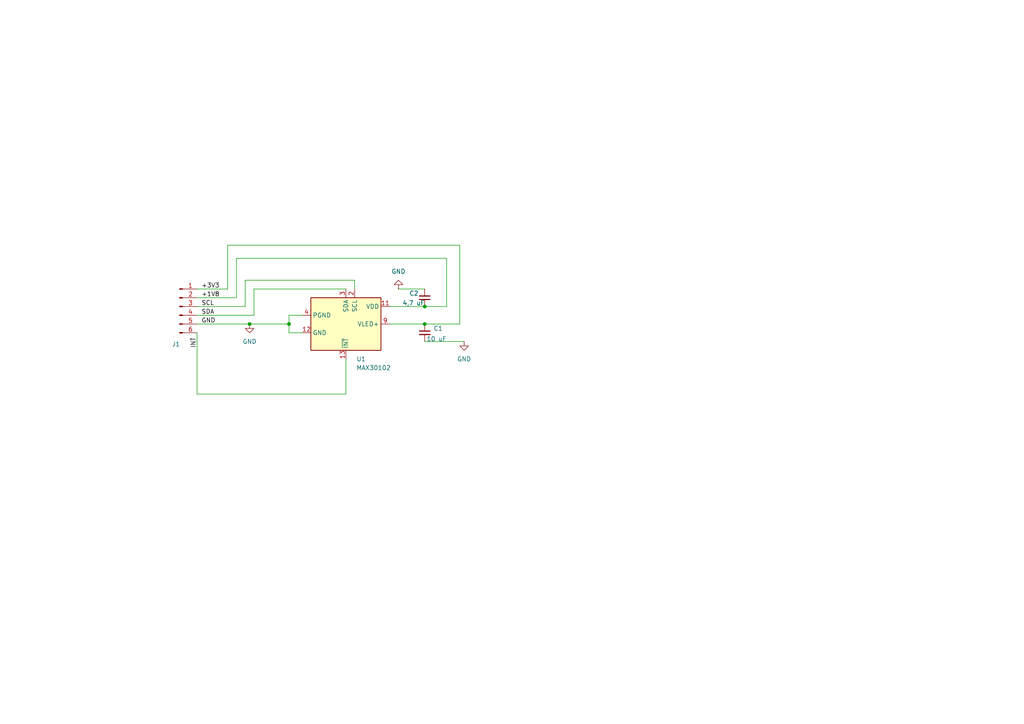
<source format=kicad_sch>
(kicad_sch (version 20231120) (generator "eeschema") (generator_version "8.0")
  (paper "A4")
  (lib_symbols
    (symbol "Connector:Conn_01x06_Pin" (pin_names (offset 1.016) hide)
      (property "Reference" "J" (at 0 7.62 0))
      (property "Value" "Conn_01x06_Pin" (at 0 -10.16 0))
      (symbol "Conn_01x06_Pin_1_1"
        (polyline (pts (xy 1.27 -7.62) (xy 0.8636 -7.62)) (stroke (width 0.1524)))
        (polyline (pts (xy 1.27 -5.08) (xy 0.8636 -5.08)) (stroke (width 0.1524)))
        (polyline (pts (xy 1.27 -2.54) (xy 0.8636 -2.54)) (stroke (width 0.1524)))
        (polyline (pts (xy 1.27 0) (xy 0.8636 0)) (stroke (width 0.1524)))
        (polyline (pts (xy 1.27 2.54) (xy 0.8636 2.54)) (stroke (width 0.1524)))
        (polyline (pts (xy 1.27 5.08) (xy 0.8636 5.08)) (stroke (width 0.1524)))
        (rectangle (start 0.8636 -7.493) (end 0 -7.747) (stroke (width 0.1524)) (fill (type outline)))
        (rectangle (start 0.8636 -4.953) (end 0 -5.207) (stroke (width 0.1524)) (fill (type outline)))
        (rectangle (start 0.8636 -2.413) (end 0 -2.667) (stroke (width 0.1524)) (fill (type outline)))
        (rectangle (start 0.8636 0.127) (end 0 -0.127) (stroke (width 0.1524)) (fill (type outline)))
        (rectangle (start 0.8636 2.667) (end 0 2.413) (stroke (width 0.1524)) (fill (type outline)))
        (rectangle (start 0.8636 5.207) (end 0 4.953) (stroke (width 0.1524)) (fill (type outline)))
        (pin passive line (at 5.08 5.08 180) (length 3.81) (name "Pin_1") (number "1"))
        (pin passive line (at 5.08 2.54 180) (length 3.81) (name "Pin_2") (number "2"))
        (pin passive line (at 5.08 0 180) (length 3.81) (name "Pin_3") (number "3"))
        (pin passive line (at 5.08 -2.54 180) (length 3.81) (name "Pin_4") (number "4"))
        (pin passive line (at 5.08 -5.08 180) (length 3.81) (name "Pin_5") (number "5"))
        (pin passive line (at 5.08 -7.62 180) (length 3.81) (name "Pin_6") (number "6"))
      )
    )
    (symbol "Device:C_Small" (pin_numbers hide) (pin_names (offset 0.254) hide)
      (property "Reference" "C" (at 0.254 1.778 0))
      (property "Value" "C_Small" (at 0.254 -2.032 0))
      (symbol "C_Small_0_1"
        (polyline (pts (xy -1.524 -0.508) (xy 1.524 -0.508)) (stroke (width 0.3302)))
        (polyline (pts (xy -1.524 0.508) (xy 1.524 0.508)) (stroke (width 0.3048)))
      )
      (symbol "C_Small_1_1"
        (pin passive line (at 0 2.54 270) (length 2.032) (name "~") (number "1"))
        (pin passive line (at 0 -2.54 90) (length 2.032) (name "~") (number "2"))
      )
    )
    (symbol "Sensor:MAX30102"
      (property "Reference" "U" (at 7.62 15.24 0))
      (property "Value" "MAX30102" (at 7.62 12.7 0))
      (symbol "MAX30102_0_1"
        (rectangle (start -7.62 10.16) (end 7.62 -10.16) (stroke (width 0.254)) (fill (type background)))
      )
      (symbol "MAX30102_1_1"
        (pin no_connect line (at -7.62 5.08 0) (length 2.54) hide (name "NC") (number "1"))
        (pin passive line (at 0 12.7 270) (length 2.54) hide (name "VLED+") (number "10"))
        (pin power_in line (at -5.08 12.7 270) (length 2.54) (name "VDD") (number "11"))
        (pin power_in line (at 2.54 -12.7 90) (length 2.54) (name "GND") (number "12"))
        (pin output line (at 10.16 0 180) (length 2.54) (name "~{INT}") (number "13"))
        (pin no_connect line (at 7.62 2.54 180) (length 2.54) hide (name "NC") (number "14"))
        (pin input line (at -10.16 2.54 0) (length 2.54) (name "SCL") (number "2"))
        (pin bidirectional line (at -10.16 0 0) (length 2.54) (name "SDA") (number "3"))
        (pin power_in line (at -2.54 -12.7 90) (length 2.54) (name "PGND") (number "4"))
        (pin no_connect line (at 7.62 -7.62 180) (length 2.54) hide (name "NC") (number "5"))
        (pin no_connect line (at 7.62 -5.08 180) (length 2.54) hide (name "NC") (number "6"))
        (pin no_connect line (at -7.62 -2.54 0) (length 2.54) hide (name "NC") (number "7"))
        (pin no_connect line (at 7.62 5.08 180) (length 2.54) hide (name "NC") (number "8"))
        (pin power_in line (at 0 12.7 270) (length 2.54) (name "VLED+") (number "9"))
      )
    )
    (symbol "power:GND" (power) (pin_numbers hide) (pin_names (offset 0) hide)
      (property "Value" "GND" (at 0 -3.81 0))
      (symbol "GND_0_1"
        (polyline (pts (xy 0 0) (xy 0 -1.27) (xy 1.27 -1.27) (xy 0 -2.54) (xy -1.27 -1.27) (xy 0 -1.27)))
      )
      (symbol "GND_1_1"
        (pin power_in line (at 0 0 270) (length 0) (name "~") (number "1"))
      )
    )
  )
  (junction (at 72.39 93.98))
  (junction (at 123.19 88.9))
  (junction (at 123.19 93.98))
  (junction (at 83.82 93.98))
  (wire (pts (xy 73.66 83.82) (xy 100.33 83.82)))
  (wire (pts (xy 57.15 86.36) (xy 68.58 86.36)))
  (wire (pts (xy 123.19 93.98) (xy 133.35 93.98)))
  (wire (pts (xy 57.15 91.44) (xy 73.66 91.44)))
  (wire (pts (xy 133.35 71.12) (xy 133.35 93.98)))
  (wire (pts (xy 57.15 88.9) (xy 71.12 88.9)))
  (wire (pts (xy 71.12 81.28) (xy 102.87 81.28)))
  (wire (pts (xy 123.19 99.06) (xy 134.62 99.06)))
  (wire (pts (xy 66.04 83.82) (xy 66.04 71.12)))
  (wire (pts (xy 57.15 96.52) (xy 57.15 114.3)))
  (wire (pts (xy 57.15 93.98) (xy 72.39 93.98)))
  (wire (pts (xy 115.57 83.82) (xy 123.19 83.82)))
  (wire (pts (xy 100.33 104.14) (xy 100.33 114.3)))
  (wire (pts (xy 83.82 91.44) (xy 87.63 91.44)))
  (wire (pts (xy 72.39 93.98) (xy 83.82 93.98)))
  (wire (pts (xy 123.19 88.9) (xy 129.54 88.9)))
  (wire (pts (xy 73.66 91.44) (xy 73.66 83.82)))
  (wire (pts (xy 87.63 96.52) (xy 83.82 96.52)))
  (wire (pts (xy 102.87 81.28) (xy 102.87 83.82)))
  (wire (pts (xy 83.82 93.98) (xy 83.82 91.44)))
  (wire (pts (xy 71.12 88.9) (xy 71.12 81.28)))
  (wire (pts (xy 129.54 74.93) (xy 129.54 88.9)))
  (wire (pts (xy 68.58 74.93) (xy 129.54 74.93)))
  (wire (pts (xy 83.82 96.52) (xy 83.82 93.98)))
  (wire (pts (xy 113.03 88.9) (xy 123.19 88.9)))
  (wire (pts (xy 57.15 83.82) (xy 66.04 83.82)))
  (wire (pts (xy 68.58 86.36) (xy 68.58 74.93)))
  (wire (pts (xy 113.03 93.98) (xy 123.19 93.98)))
  (wire (pts (xy 100.33 114.3) (xy 57.15 114.3)))
  (wire (pts (xy 66.04 71.12) (xy 133.35 71.12)))
  (label "SCL" (at 58.42 88.9 0))
  (label "+1V8" (at 58.42 86.36 0))
  (label "GND" (at 58.42 93.98 0))
  (label "INT" (at 57.15 97.79 270))
  (label "SDA" (at 58.42 91.44 0))
  (label "+3V3" (at 58.42 83.82 0))
  (symbol (lib_id "Device:C_Small") (at 123.19 96.52 0) (unit 1)
    (property "Reference" "C1" (at 125.73 95.2562 0) (effects (justify left)))
    (property "Value" "10 uF" (at 123.698 98.298 0) (effects (justify left)))
    (property "Footprint" "Capacitor_SMD:C_0201_0603Metric" (effects (hide yes)))
    (property "Description" "Unpolarized capacitor, small symbol" (effects (hide yes)))
  )
  (symbol (lib_id "Connector:Conn_01x06_Pin") (at 52.07 88.9 0) (unit 1)
    (property "Reference" "J1" (at 51.054 99.822 0))
    (property "Value" "Conn_01x06_Pin" (effects (hide yes)))
    (property "Footprint" "Oxymeter:edge_01x06" (effects (hide yes)))
    (property "Description" "Generic connector, single row, 01x06, script generated" (effects (hide yes)))
  )
  (symbol (lib_id "power:GND") (at 134.62 99.06 0) (unit 1)
    (property "Reference" "#PWR015" (effects (hide yes)))
    (property "Value" "GND" (at 134.62 104.14 0))
    (property "Description" "Power symbol creates a global label with name \"GND\" , ground" (effects (hide yes)))
  )
  (symbol (lib_id "power:GND") (at 115.57 83.82 180) (unit 1)
    (property "Reference" "#PWR016" (effects (hide yes)))
    (property "Value" "GND" (at 115.57 78.74 0))
    (property "Description" "Power symbol creates a global label with name \"GND\" , ground" (effects (hide yes)))
  )
  (symbol (lib_id "power:GND") (at 72.39 93.98 0) (unit 1)
    (property "Reference" "#PWR01" (effects (hide yes)))
    (property "Value" "GND" (at 72.39 99.06 0))
    (property "Description" "Power symbol creates a global label with name \"GND\" , ground" (effects (hide yes)))
  )
  (symbol (lib_id "Sensor:MAX30102") (at 100.33 93.98 270) (unit 1)
    (property "Reference" "U1" (at 103.3465 104.14 90) (effects (justify left)))
    (property "Value" "MAX30102" (at 103.3465 106.68 90) (effects (justify left)))
    (property "Footprint" "Oxymeter:Maxim_MAX30102" (effects (hide yes)))
    (property "Datasheet" "https://datasheets.maximintegrated.com/en/ds/MAX30102.pdf" (effects (hide yes)))
    (property "Description" "Heart Rate Sensor, 14-OLGA" (effects (hide yes)))
  )
  (symbol (lib_id "Device:C_Small") (at 123.19 86.36 180) (unit 1)
    (property "Reference" "C2" (at 121.412 85.09 0) (effects (justify left)))
    (property "Value" "4,7 uF" (at 123.19 87.884 0) (effects (justify left)))
    (property "Footprint" "Capacitor_SMD:C_0201_0603Metric" (effects (hide yes)))
    (property "Description" "Unpolarized capacitor, small symbol" (effects (hide yes)))
  )
)
</source>
